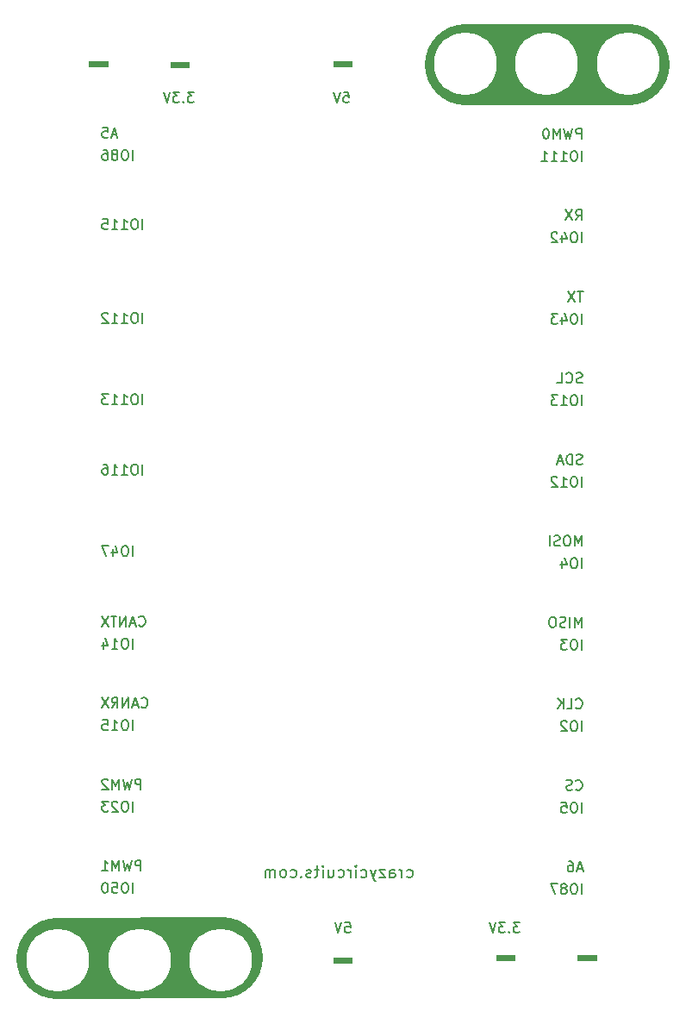
<source format=gbo>
%TF.GenerationSoftware,KiCad,Pcbnew,4.0.7-e2-6376~58~ubuntu16.04.1*%
%TF.CreationDate,2018-08-06T09:41:40-07:00*%
%TF.ProjectId,8x12-PocketBeagle-Breakout,387831322D506F636B6574426561676C,1.0*%
%TF.FileFunction,Legend,Bot*%
%FSLAX46Y46*%
G04 Gerber Fmt 4.6, Leading zero omitted, Abs format (unit mm)*
G04 Created by KiCad (PCBNEW 4.0.7-e2-6376~58~ubuntu16.04.1) date Mon Aug  6 09:41:40 2018*
%MOMM*%
%LPD*%
G01*
G04 APERTURE LIST*
%ADD10C,0.350000*%
%ADD11C,8.000000*%
%ADD12C,0.600000*%
%ADD13C,0.177800*%
%ADD14C,0.150000*%
%ADD15R,2.184400X1.879600*%
%ADD16O,2.184400X1.879600*%
%ADD17C,6.152400*%
%ADD18R,1.879600X1.879600*%
%ADD19O,1.879600X1.879600*%
G04 APERTURE END LIST*
D10*
D11*
X79373000Y-34009000D02*
X95473000Y-34009000D01*
D12*
X62673000Y-33909000D02*
X71273000Y-33909000D01*
X38873000Y-33909000D02*
X56173000Y-34009000D01*
D11*
X55473000Y-121709000D02*
X39273000Y-121809000D01*
D12*
X72273000Y-121909000D02*
X63673000Y-121909000D01*
X96073000Y-121709000D02*
X79173000Y-121709000D01*
D13*
X73650928Y-113746643D02*
X73759785Y-113801071D01*
X73977499Y-113801071D01*
X74086357Y-113746643D01*
X74140785Y-113692214D01*
X74195214Y-113583357D01*
X74195214Y-113256786D01*
X74140785Y-113147929D01*
X74086357Y-113093500D01*
X73977499Y-113039071D01*
X73759785Y-113039071D01*
X73650928Y-113093500D01*
X73161071Y-113801071D02*
X73161071Y-113039071D01*
X73161071Y-113256786D02*
X73106643Y-113147929D01*
X73052214Y-113093500D01*
X72943357Y-113039071D01*
X72834500Y-113039071D01*
X71963643Y-113801071D02*
X71963643Y-113202357D01*
X72018072Y-113093500D01*
X72126929Y-113039071D01*
X72344643Y-113039071D01*
X72453500Y-113093500D01*
X71963643Y-113746643D02*
X72072500Y-113801071D01*
X72344643Y-113801071D01*
X72453500Y-113746643D01*
X72507929Y-113637786D01*
X72507929Y-113528929D01*
X72453500Y-113420071D01*
X72344643Y-113365643D01*
X72072500Y-113365643D01*
X71963643Y-113311214D01*
X71528214Y-113039071D02*
X70929500Y-113039071D01*
X71528214Y-113801071D01*
X70929500Y-113801071D01*
X70602928Y-113039071D02*
X70330785Y-113801071D01*
X70058643Y-113039071D02*
X70330785Y-113801071D01*
X70439643Y-114073214D01*
X70494071Y-114127643D01*
X70602928Y-114182071D01*
X69133357Y-113746643D02*
X69242214Y-113801071D01*
X69459928Y-113801071D01*
X69568786Y-113746643D01*
X69623214Y-113692214D01*
X69677643Y-113583357D01*
X69677643Y-113256786D01*
X69623214Y-113147929D01*
X69568786Y-113093500D01*
X69459928Y-113039071D01*
X69242214Y-113039071D01*
X69133357Y-113093500D01*
X68643500Y-113801071D02*
X68643500Y-113039071D01*
X68643500Y-112658071D02*
X68697929Y-112712500D01*
X68643500Y-112766929D01*
X68589072Y-112712500D01*
X68643500Y-112658071D01*
X68643500Y-112766929D01*
X68099214Y-113801071D02*
X68099214Y-113039071D01*
X68099214Y-113256786D02*
X68044786Y-113147929D01*
X67990357Y-113093500D01*
X67881500Y-113039071D01*
X67772643Y-113039071D01*
X66901786Y-113746643D02*
X67010643Y-113801071D01*
X67228357Y-113801071D01*
X67337215Y-113746643D01*
X67391643Y-113692214D01*
X67446072Y-113583357D01*
X67446072Y-113256786D01*
X67391643Y-113147929D01*
X67337215Y-113093500D01*
X67228357Y-113039071D01*
X67010643Y-113039071D01*
X66901786Y-113093500D01*
X65922072Y-113039071D02*
X65922072Y-113801071D01*
X66411929Y-113039071D02*
X66411929Y-113637786D01*
X66357501Y-113746643D01*
X66248643Y-113801071D01*
X66085358Y-113801071D01*
X65976501Y-113746643D01*
X65922072Y-113692214D01*
X65377786Y-113801071D02*
X65377786Y-113039071D01*
X65377786Y-112658071D02*
X65432215Y-112712500D01*
X65377786Y-112766929D01*
X65323358Y-112712500D01*
X65377786Y-112658071D01*
X65377786Y-112766929D01*
X64996786Y-113039071D02*
X64561357Y-113039071D01*
X64833500Y-112658071D02*
X64833500Y-113637786D01*
X64779072Y-113746643D01*
X64670214Y-113801071D01*
X64561357Y-113801071D01*
X64234786Y-113746643D02*
X64125929Y-113801071D01*
X63908214Y-113801071D01*
X63799357Y-113746643D01*
X63744929Y-113637786D01*
X63744929Y-113583357D01*
X63799357Y-113474500D01*
X63908214Y-113420071D01*
X64071500Y-113420071D01*
X64180357Y-113365643D01*
X64234786Y-113256786D01*
X64234786Y-113202357D01*
X64180357Y-113093500D01*
X64071500Y-113039071D01*
X63908214Y-113039071D01*
X63799357Y-113093500D01*
X63255071Y-113692214D02*
X63200643Y-113746643D01*
X63255071Y-113801071D01*
X63309500Y-113746643D01*
X63255071Y-113692214D01*
X63255071Y-113801071D01*
X62220928Y-113746643D02*
X62329785Y-113801071D01*
X62547499Y-113801071D01*
X62656357Y-113746643D01*
X62710785Y-113692214D01*
X62765214Y-113583357D01*
X62765214Y-113256786D01*
X62710785Y-113147929D01*
X62656357Y-113093500D01*
X62547499Y-113039071D01*
X62329785Y-113039071D01*
X62220928Y-113093500D01*
X61567785Y-113801071D02*
X61676643Y-113746643D01*
X61731071Y-113692214D01*
X61785500Y-113583357D01*
X61785500Y-113256786D01*
X61731071Y-113147929D01*
X61676643Y-113093500D01*
X61567785Y-113039071D01*
X61404500Y-113039071D01*
X61295643Y-113093500D01*
X61241214Y-113147929D01*
X61186785Y-113256786D01*
X61186785Y-113583357D01*
X61241214Y-113692214D01*
X61295643Y-113746643D01*
X61404500Y-113801071D01*
X61567785Y-113801071D01*
X60696928Y-113801071D02*
X60696928Y-113039071D01*
X60696928Y-113147929D02*
X60642500Y-113093500D01*
X60533642Y-113039071D01*
X60370357Y-113039071D01*
X60261500Y-113093500D01*
X60207071Y-113202357D01*
X60207071Y-113801071D01*
X60207071Y-113202357D02*
X60152642Y-113093500D01*
X60043785Y-113039071D01*
X59880500Y-113039071D01*
X59771642Y-113093500D01*
X59717214Y-113202357D01*
X59717214Y-113801071D01*
D14*
X90862525Y-112949377D02*
X90386334Y-112949377D01*
X90957763Y-113235091D02*
X90624430Y-112235091D01*
X90291096Y-113235091D01*
X89529191Y-112235091D02*
X89719668Y-112235091D01*
X89814906Y-112282710D01*
X89862525Y-112330329D01*
X89957763Y-112473186D01*
X90005382Y-112663662D01*
X90005382Y-113044615D01*
X89957763Y-113139853D01*
X89910144Y-113187472D01*
X89814906Y-113235091D01*
X89624429Y-113235091D01*
X89529191Y-113187472D01*
X89481572Y-113139853D01*
X89433953Y-113044615D01*
X89433953Y-112806520D01*
X89481572Y-112711281D01*
X89529191Y-112663662D01*
X89624429Y-112616043D01*
X89814906Y-112616043D01*
X89910144Y-112663662D01*
X89957763Y-112711281D01*
X90005382Y-112806520D01*
X90814905Y-115435091D02*
X90814905Y-114435091D01*
X90148239Y-114435091D02*
X89957762Y-114435091D01*
X89862524Y-114482710D01*
X89767286Y-114577948D01*
X89719667Y-114768424D01*
X89719667Y-115101758D01*
X89767286Y-115292234D01*
X89862524Y-115387472D01*
X89957762Y-115435091D01*
X90148239Y-115435091D01*
X90243477Y-115387472D01*
X90338715Y-115292234D01*
X90386334Y-115101758D01*
X90386334Y-114768424D01*
X90338715Y-114577948D01*
X90243477Y-114482710D01*
X90148239Y-114435091D01*
X89148239Y-114863662D02*
X89243477Y-114816043D01*
X89291096Y-114768424D01*
X89338715Y-114673186D01*
X89338715Y-114625567D01*
X89291096Y-114530329D01*
X89243477Y-114482710D01*
X89148239Y-114435091D01*
X88957762Y-114435091D01*
X88862524Y-114482710D01*
X88814905Y-114530329D01*
X88767286Y-114625567D01*
X88767286Y-114673186D01*
X88814905Y-114768424D01*
X88862524Y-114816043D01*
X88957762Y-114863662D01*
X89148239Y-114863662D01*
X89243477Y-114911281D01*
X89291096Y-114958900D01*
X89338715Y-115054139D01*
X89338715Y-115244615D01*
X89291096Y-115339853D01*
X89243477Y-115387472D01*
X89148239Y-115435091D01*
X88957762Y-115435091D01*
X88862524Y-115387472D01*
X88814905Y-115339853D01*
X88767286Y-115244615D01*
X88767286Y-115054139D01*
X88814905Y-114958900D01*
X88862524Y-114911281D01*
X88957762Y-114863662D01*
X88433953Y-114435091D02*
X87767286Y-114435091D01*
X88195858Y-115435091D01*
X67563476Y-118218381D02*
X68039667Y-118218381D01*
X68087286Y-118694571D01*
X68039667Y-118646952D01*
X67944429Y-118599333D01*
X67706333Y-118599333D01*
X67611095Y-118646952D01*
X67563476Y-118694571D01*
X67515857Y-118789810D01*
X67515857Y-119027905D01*
X67563476Y-119123143D01*
X67611095Y-119170762D01*
X67706333Y-119218381D01*
X67944429Y-119218381D01*
X68039667Y-119170762D01*
X68087286Y-119123143D01*
X67230143Y-118218381D02*
X66896810Y-119218381D01*
X66563476Y-118218381D01*
X90814906Y-107435091D02*
X90814906Y-106435091D01*
X90148240Y-106435091D02*
X89957763Y-106435091D01*
X89862525Y-106482710D01*
X89767287Y-106577948D01*
X89719668Y-106768424D01*
X89719668Y-107101758D01*
X89767287Y-107292234D01*
X89862525Y-107387472D01*
X89957763Y-107435091D01*
X90148240Y-107435091D01*
X90243478Y-107387472D01*
X90338716Y-107292234D01*
X90386335Y-107101758D01*
X90386335Y-106768424D01*
X90338716Y-106577948D01*
X90243478Y-106482710D01*
X90148240Y-106435091D01*
X88814906Y-106435091D02*
X89291097Y-106435091D01*
X89338716Y-106911281D01*
X89291097Y-106863662D01*
X89195859Y-106816043D01*
X88957763Y-106816043D01*
X88862525Y-106863662D01*
X88814906Y-106911281D01*
X88767287Y-107006520D01*
X88767287Y-107244615D01*
X88814906Y-107339853D01*
X88862525Y-107387472D01*
X88957763Y-107435091D01*
X89195859Y-107435091D01*
X89291097Y-107387472D01*
X89338716Y-107339853D01*
X90814906Y-99435091D02*
X90814906Y-98435091D01*
X90148240Y-98435091D02*
X89957763Y-98435091D01*
X89862525Y-98482710D01*
X89767287Y-98577948D01*
X89719668Y-98768424D01*
X89719668Y-99101758D01*
X89767287Y-99292234D01*
X89862525Y-99387472D01*
X89957763Y-99435091D01*
X90148240Y-99435091D01*
X90243478Y-99387472D01*
X90338716Y-99292234D01*
X90386335Y-99101758D01*
X90386335Y-98768424D01*
X90338716Y-98577948D01*
X90243478Y-98482710D01*
X90148240Y-98435091D01*
X89338716Y-98530329D02*
X89291097Y-98482710D01*
X89195859Y-98435091D01*
X88957763Y-98435091D01*
X88862525Y-98482710D01*
X88814906Y-98530329D01*
X88767287Y-98625567D01*
X88767287Y-98720805D01*
X88814906Y-98863662D01*
X89386335Y-99435091D01*
X88767287Y-99435091D01*
X90814906Y-83435091D02*
X90814906Y-82435091D01*
X90148240Y-82435091D02*
X89957763Y-82435091D01*
X89862525Y-82482710D01*
X89767287Y-82577948D01*
X89719668Y-82768424D01*
X89719668Y-83101758D01*
X89767287Y-83292234D01*
X89862525Y-83387472D01*
X89957763Y-83435091D01*
X90148240Y-83435091D01*
X90243478Y-83387472D01*
X90338716Y-83292234D01*
X90386335Y-83101758D01*
X90386335Y-82768424D01*
X90338716Y-82577948D01*
X90243478Y-82482710D01*
X90148240Y-82435091D01*
X88862525Y-82768424D02*
X88862525Y-83435091D01*
X89100621Y-82387472D02*
X89338716Y-83101758D01*
X88719668Y-83101758D01*
X90814905Y-75435091D02*
X90814905Y-74435091D01*
X90148239Y-74435091D02*
X89957762Y-74435091D01*
X89862524Y-74482710D01*
X89767286Y-74577948D01*
X89719667Y-74768424D01*
X89719667Y-75101758D01*
X89767286Y-75292234D01*
X89862524Y-75387472D01*
X89957762Y-75435091D01*
X90148239Y-75435091D01*
X90243477Y-75387472D01*
X90338715Y-75292234D01*
X90386334Y-75101758D01*
X90386334Y-74768424D01*
X90338715Y-74577948D01*
X90243477Y-74482710D01*
X90148239Y-74435091D01*
X88767286Y-75435091D02*
X89338715Y-75435091D01*
X89053001Y-75435091D02*
X89053001Y-74435091D01*
X89148239Y-74577948D01*
X89243477Y-74673186D01*
X89338715Y-74720805D01*
X88386334Y-74530329D02*
X88338715Y-74482710D01*
X88243477Y-74435091D01*
X88005381Y-74435091D01*
X87910143Y-74482710D01*
X87862524Y-74530329D01*
X87814905Y-74625567D01*
X87814905Y-74720805D01*
X87862524Y-74863662D01*
X88433953Y-75435091D01*
X87814905Y-75435091D01*
X90814905Y-67435091D02*
X90814905Y-66435091D01*
X90148239Y-66435091D02*
X89957762Y-66435091D01*
X89862524Y-66482710D01*
X89767286Y-66577948D01*
X89719667Y-66768424D01*
X89719667Y-67101758D01*
X89767286Y-67292234D01*
X89862524Y-67387472D01*
X89957762Y-67435091D01*
X90148239Y-67435091D01*
X90243477Y-67387472D01*
X90338715Y-67292234D01*
X90386334Y-67101758D01*
X90386334Y-66768424D01*
X90338715Y-66577948D01*
X90243477Y-66482710D01*
X90148239Y-66435091D01*
X88767286Y-67435091D02*
X89338715Y-67435091D01*
X89053001Y-67435091D02*
X89053001Y-66435091D01*
X89148239Y-66577948D01*
X89243477Y-66673186D01*
X89338715Y-66720805D01*
X88433953Y-66435091D02*
X87814905Y-66435091D01*
X88148239Y-66816043D01*
X88005381Y-66816043D01*
X87910143Y-66863662D01*
X87862524Y-66911281D01*
X87814905Y-67006520D01*
X87814905Y-67244615D01*
X87862524Y-67339853D01*
X87910143Y-67387472D01*
X88005381Y-67435091D01*
X88291096Y-67435091D01*
X88386334Y-67387472D01*
X88433953Y-67339853D01*
X90814906Y-43435091D02*
X90814906Y-42435091D01*
X90148240Y-42435091D02*
X89957763Y-42435091D01*
X89862525Y-42482710D01*
X89767287Y-42577948D01*
X89719668Y-42768424D01*
X89719668Y-43101758D01*
X89767287Y-43292234D01*
X89862525Y-43387472D01*
X89957763Y-43435091D01*
X90148240Y-43435091D01*
X90243478Y-43387472D01*
X90338716Y-43292234D01*
X90386335Y-43101758D01*
X90386335Y-42768424D01*
X90338716Y-42577948D01*
X90243478Y-42482710D01*
X90148240Y-42435091D01*
X88767287Y-43435091D02*
X89338716Y-43435091D01*
X89053002Y-43435091D02*
X89053002Y-42435091D01*
X89148240Y-42577948D01*
X89243478Y-42673186D01*
X89338716Y-42720805D01*
X87814906Y-43435091D02*
X88386335Y-43435091D01*
X88100621Y-43435091D02*
X88100621Y-42435091D01*
X88195859Y-42577948D01*
X88291097Y-42673186D01*
X88386335Y-42720805D01*
X86862525Y-43435091D02*
X87433954Y-43435091D01*
X87148240Y-43435091D02*
X87148240Y-42435091D01*
X87243478Y-42577948D01*
X87338716Y-42673186D01*
X87433954Y-42720805D01*
X90814905Y-59435091D02*
X90814905Y-58435091D01*
X90148239Y-58435091D02*
X89957762Y-58435091D01*
X89862524Y-58482710D01*
X89767286Y-58577948D01*
X89719667Y-58768424D01*
X89719667Y-59101758D01*
X89767286Y-59292234D01*
X89862524Y-59387472D01*
X89957762Y-59435091D01*
X90148239Y-59435091D01*
X90243477Y-59387472D01*
X90338715Y-59292234D01*
X90386334Y-59101758D01*
X90386334Y-58768424D01*
X90338715Y-58577948D01*
X90243477Y-58482710D01*
X90148239Y-58435091D01*
X88862524Y-58768424D02*
X88862524Y-59435091D01*
X89100620Y-58387472D02*
X89338715Y-59101758D01*
X88719667Y-59101758D01*
X88433953Y-58435091D02*
X87814905Y-58435091D01*
X88148239Y-58816043D01*
X88005381Y-58816043D01*
X87910143Y-58863662D01*
X87862524Y-58911281D01*
X87814905Y-59006520D01*
X87814905Y-59244615D01*
X87862524Y-59339853D01*
X87910143Y-59387472D01*
X88005381Y-59435091D01*
X88291096Y-59435091D01*
X88386334Y-59387472D01*
X88433953Y-59339853D01*
X90243476Y-105139853D02*
X90291095Y-105187472D01*
X90433952Y-105235091D01*
X90529190Y-105235091D01*
X90672048Y-105187472D01*
X90767286Y-105092234D01*
X90814905Y-104996996D01*
X90862524Y-104806520D01*
X90862524Y-104663662D01*
X90814905Y-104473186D01*
X90767286Y-104377948D01*
X90672048Y-104282710D01*
X90529190Y-104235091D01*
X90433952Y-104235091D01*
X90291095Y-104282710D01*
X90243476Y-104330329D01*
X89862524Y-105187472D02*
X89719667Y-105235091D01*
X89481571Y-105235091D01*
X89386333Y-105187472D01*
X89338714Y-105139853D01*
X89291095Y-105044615D01*
X89291095Y-104949377D01*
X89338714Y-104854139D01*
X89386333Y-104806520D01*
X89481571Y-104758900D01*
X89672048Y-104711281D01*
X89767286Y-104663662D01*
X89814905Y-104616043D01*
X89862524Y-104520805D01*
X89862524Y-104425567D01*
X89814905Y-104330329D01*
X89767286Y-104282710D01*
X89672048Y-104235091D01*
X89433952Y-104235091D01*
X89291095Y-104282710D01*
X90243477Y-97139853D02*
X90291096Y-97187472D01*
X90433953Y-97235091D01*
X90529191Y-97235091D01*
X90672049Y-97187472D01*
X90767287Y-97092234D01*
X90814906Y-96996996D01*
X90862525Y-96806520D01*
X90862525Y-96663662D01*
X90814906Y-96473186D01*
X90767287Y-96377948D01*
X90672049Y-96282710D01*
X90529191Y-96235091D01*
X90433953Y-96235091D01*
X90291096Y-96282710D01*
X90243477Y-96330329D01*
X89338715Y-97235091D02*
X89814906Y-97235091D01*
X89814906Y-96235091D01*
X89005382Y-97235091D02*
X89005382Y-96235091D01*
X88433953Y-97235091D02*
X88862525Y-96663662D01*
X88433953Y-96235091D02*
X89005382Y-96806520D01*
X90814905Y-81235091D02*
X90814905Y-80235091D01*
X90481571Y-80949377D01*
X90148238Y-80235091D01*
X90148238Y-81235091D01*
X89481572Y-80235091D02*
X89291095Y-80235091D01*
X89195857Y-80282710D01*
X89100619Y-80377948D01*
X89053000Y-80568424D01*
X89053000Y-80901758D01*
X89100619Y-81092234D01*
X89195857Y-81187472D01*
X89291095Y-81235091D01*
X89481572Y-81235091D01*
X89576810Y-81187472D01*
X89672048Y-81092234D01*
X89719667Y-80901758D01*
X89719667Y-80568424D01*
X89672048Y-80377948D01*
X89576810Y-80282710D01*
X89481572Y-80235091D01*
X88672048Y-81187472D02*
X88529191Y-81235091D01*
X88291095Y-81235091D01*
X88195857Y-81187472D01*
X88148238Y-81139853D01*
X88100619Y-81044615D01*
X88100619Y-80949377D01*
X88148238Y-80854139D01*
X88195857Y-80806520D01*
X88291095Y-80758900D01*
X88481572Y-80711281D01*
X88576810Y-80663662D01*
X88624429Y-80616043D01*
X88672048Y-80520805D01*
X88672048Y-80425567D01*
X88624429Y-80330329D01*
X88576810Y-80282710D01*
X88481572Y-80235091D01*
X88243476Y-80235091D01*
X88100619Y-80282710D01*
X87672048Y-81235091D02*
X87672048Y-80235091D01*
X90862525Y-73187472D02*
X90719668Y-73235091D01*
X90481572Y-73235091D01*
X90386334Y-73187472D01*
X90338715Y-73139853D01*
X90291096Y-73044615D01*
X90291096Y-72949377D01*
X90338715Y-72854139D01*
X90386334Y-72806520D01*
X90481572Y-72758900D01*
X90672049Y-72711281D01*
X90767287Y-72663662D01*
X90814906Y-72616043D01*
X90862525Y-72520805D01*
X90862525Y-72425567D01*
X90814906Y-72330329D01*
X90767287Y-72282710D01*
X90672049Y-72235091D01*
X90433953Y-72235091D01*
X90291096Y-72282710D01*
X89862525Y-73235091D02*
X89862525Y-72235091D01*
X89624430Y-72235091D01*
X89481572Y-72282710D01*
X89386334Y-72377948D01*
X89338715Y-72473186D01*
X89291096Y-72663662D01*
X89291096Y-72806520D01*
X89338715Y-72996996D01*
X89386334Y-73092234D01*
X89481572Y-73187472D01*
X89624430Y-73235091D01*
X89862525Y-73235091D01*
X88910144Y-72949377D02*
X88433953Y-72949377D01*
X89005382Y-73235091D02*
X88672049Y-72235091D01*
X88338715Y-73235091D01*
X90862524Y-65187472D02*
X90719667Y-65235091D01*
X90481571Y-65235091D01*
X90386333Y-65187472D01*
X90338714Y-65139853D01*
X90291095Y-65044615D01*
X90291095Y-64949377D01*
X90338714Y-64854139D01*
X90386333Y-64806520D01*
X90481571Y-64758900D01*
X90672048Y-64711281D01*
X90767286Y-64663662D01*
X90814905Y-64616043D01*
X90862524Y-64520805D01*
X90862524Y-64425567D01*
X90814905Y-64330329D01*
X90767286Y-64282710D01*
X90672048Y-64235091D01*
X90433952Y-64235091D01*
X90291095Y-64282710D01*
X89291095Y-65139853D02*
X89338714Y-65187472D01*
X89481571Y-65235091D01*
X89576809Y-65235091D01*
X89719667Y-65187472D01*
X89814905Y-65092234D01*
X89862524Y-64996996D01*
X89910143Y-64806520D01*
X89910143Y-64663662D01*
X89862524Y-64473186D01*
X89814905Y-64377948D01*
X89719667Y-64282710D01*
X89576809Y-64235091D01*
X89481571Y-64235091D01*
X89338714Y-64282710D01*
X89291095Y-64330329D01*
X88386333Y-65235091D02*
X88862524Y-65235091D01*
X88862524Y-64235091D01*
X90814905Y-41235091D02*
X90814905Y-40235091D01*
X90433952Y-40235091D01*
X90338714Y-40282710D01*
X90291095Y-40330329D01*
X90243476Y-40425567D01*
X90243476Y-40568424D01*
X90291095Y-40663662D01*
X90338714Y-40711281D01*
X90433952Y-40758900D01*
X90814905Y-40758900D01*
X89910143Y-40235091D02*
X89672048Y-41235091D01*
X89481571Y-40520805D01*
X89291095Y-41235091D01*
X89053000Y-40235091D01*
X88672048Y-41235091D02*
X88672048Y-40235091D01*
X88338714Y-40949377D01*
X88005381Y-40235091D01*
X88005381Y-41235091D01*
X87338715Y-40235091D02*
X87243476Y-40235091D01*
X87148238Y-40282710D01*
X87100619Y-40330329D01*
X87053000Y-40425567D01*
X87005381Y-40616043D01*
X87005381Y-40854139D01*
X87053000Y-41044615D01*
X87100619Y-41139853D01*
X87148238Y-41187472D01*
X87243476Y-41235091D01*
X87338715Y-41235091D01*
X87433953Y-41187472D01*
X87481572Y-41139853D01*
X87529191Y-41044615D01*
X87576810Y-40854139D01*
X87576810Y-40616043D01*
X87529191Y-40425567D01*
X87481572Y-40330329D01*
X87433953Y-40282710D01*
X87338715Y-40235091D01*
X90243476Y-49235091D02*
X90576810Y-48758900D01*
X90814905Y-49235091D02*
X90814905Y-48235091D01*
X90433952Y-48235091D01*
X90338714Y-48282710D01*
X90291095Y-48330329D01*
X90243476Y-48425567D01*
X90243476Y-48568424D01*
X90291095Y-48663662D01*
X90338714Y-48711281D01*
X90433952Y-48758900D01*
X90814905Y-48758900D01*
X89910143Y-48235091D02*
X89243476Y-49235091D01*
X89243476Y-48235091D02*
X89910143Y-49235091D01*
X47649707Y-74239531D02*
X47649707Y-73239531D01*
X46983041Y-73239531D02*
X46792564Y-73239531D01*
X46697326Y-73287150D01*
X46602088Y-73382388D01*
X46554469Y-73572864D01*
X46554469Y-73906198D01*
X46602088Y-74096674D01*
X46697326Y-74191912D01*
X46792564Y-74239531D01*
X46983041Y-74239531D01*
X47078279Y-74191912D01*
X47173517Y-74096674D01*
X47221136Y-73906198D01*
X47221136Y-73572864D01*
X47173517Y-73382388D01*
X47078279Y-73287150D01*
X46983041Y-73239531D01*
X45602088Y-74239531D02*
X46173517Y-74239531D01*
X45887803Y-74239531D02*
X45887803Y-73239531D01*
X45983041Y-73382388D01*
X46078279Y-73477626D01*
X46173517Y-73525245D01*
X44649707Y-74239531D02*
X45221136Y-74239531D01*
X44935422Y-74239531D02*
X44935422Y-73239531D01*
X45030660Y-73382388D01*
X45125898Y-73477626D01*
X45221136Y-73525245D01*
X43792564Y-73239531D02*
X43983041Y-73239531D01*
X44078279Y-73287150D01*
X44125898Y-73334769D01*
X44221136Y-73477626D01*
X44268755Y-73668102D01*
X44268755Y-74049055D01*
X44221136Y-74144293D01*
X44173517Y-74191912D01*
X44078279Y-74239531D01*
X43887802Y-74239531D01*
X43792564Y-74191912D01*
X43744945Y-74144293D01*
X43697326Y-74049055D01*
X43697326Y-73810960D01*
X43744945Y-73715721D01*
X43792564Y-73668102D01*
X43887802Y-73620483D01*
X44078279Y-73620483D01*
X44173517Y-73668102D01*
X44221136Y-73715721D01*
X44268755Y-73810960D01*
X47649707Y-67339531D02*
X47649707Y-66339531D01*
X46983041Y-66339531D02*
X46792564Y-66339531D01*
X46697326Y-66387150D01*
X46602088Y-66482388D01*
X46554469Y-66672864D01*
X46554469Y-67006198D01*
X46602088Y-67196674D01*
X46697326Y-67291912D01*
X46792564Y-67339531D01*
X46983041Y-67339531D01*
X47078279Y-67291912D01*
X47173517Y-67196674D01*
X47221136Y-67006198D01*
X47221136Y-66672864D01*
X47173517Y-66482388D01*
X47078279Y-66387150D01*
X46983041Y-66339531D01*
X45602088Y-67339531D02*
X46173517Y-67339531D01*
X45887803Y-67339531D02*
X45887803Y-66339531D01*
X45983041Y-66482388D01*
X46078279Y-66577626D01*
X46173517Y-66625245D01*
X44649707Y-67339531D02*
X45221136Y-67339531D01*
X44935422Y-67339531D02*
X44935422Y-66339531D01*
X45030660Y-66482388D01*
X45125898Y-66577626D01*
X45221136Y-66625245D01*
X44316374Y-66339531D02*
X43697326Y-66339531D01*
X44030660Y-66720483D01*
X43887802Y-66720483D01*
X43792564Y-66768102D01*
X43744945Y-66815721D01*
X43697326Y-66910960D01*
X43697326Y-67149055D01*
X43744945Y-67244293D01*
X43792564Y-67291912D01*
X43887802Y-67339531D01*
X44173517Y-67339531D01*
X44268755Y-67291912D01*
X44316374Y-67244293D01*
X47649707Y-59339531D02*
X47649707Y-58339531D01*
X46983041Y-58339531D02*
X46792564Y-58339531D01*
X46697326Y-58387150D01*
X46602088Y-58482388D01*
X46554469Y-58672864D01*
X46554469Y-59006198D01*
X46602088Y-59196674D01*
X46697326Y-59291912D01*
X46792564Y-59339531D01*
X46983041Y-59339531D01*
X47078279Y-59291912D01*
X47173517Y-59196674D01*
X47221136Y-59006198D01*
X47221136Y-58672864D01*
X47173517Y-58482388D01*
X47078279Y-58387150D01*
X46983041Y-58339531D01*
X45602088Y-59339531D02*
X46173517Y-59339531D01*
X45887803Y-59339531D02*
X45887803Y-58339531D01*
X45983041Y-58482388D01*
X46078279Y-58577626D01*
X46173517Y-58625245D01*
X44649707Y-59339531D02*
X45221136Y-59339531D01*
X44935422Y-59339531D02*
X44935422Y-58339531D01*
X45030660Y-58482388D01*
X45125898Y-58577626D01*
X45221136Y-58625245D01*
X44268755Y-58434769D02*
X44221136Y-58387150D01*
X44125898Y-58339531D01*
X43887802Y-58339531D01*
X43792564Y-58387150D01*
X43744945Y-58434769D01*
X43697326Y-58530007D01*
X43697326Y-58625245D01*
X43744945Y-58768102D01*
X44316374Y-59339531D01*
X43697326Y-59339531D01*
X46697325Y-115339531D02*
X46697325Y-114339531D01*
X46030659Y-114339531D02*
X45840182Y-114339531D01*
X45744944Y-114387150D01*
X45649706Y-114482388D01*
X45602087Y-114672864D01*
X45602087Y-115006198D01*
X45649706Y-115196674D01*
X45744944Y-115291912D01*
X45840182Y-115339531D01*
X46030659Y-115339531D01*
X46125897Y-115291912D01*
X46221135Y-115196674D01*
X46268754Y-115006198D01*
X46268754Y-114672864D01*
X46221135Y-114482388D01*
X46125897Y-114387150D01*
X46030659Y-114339531D01*
X44697325Y-114339531D02*
X45173516Y-114339531D01*
X45221135Y-114815721D01*
X45173516Y-114768102D01*
X45078278Y-114720483D01*
X44840182Y-114720483D01*
X44744944Y-114768102D01*
X44697325Y-114815721D01*
X44649706Y-114910960D01*
X44649706Y-115149055D01*
X44697325Y-115244293D01*
X44744944Y-115291912D01*
X44840182Y-115339531D01*
X45078278Y-115339531D01*
X45173516Y-115291912D01*
X45221135Y-115244293D01*
X44030659Y-114339531D02*
X43935420Y-114339531D01*
X43840182Y-114387150D01*
X43792563Y-114434769D01*
X43744944Y-114530007D01*
X43697325Y-114720483D01*
X43697325Y-114958579D01*
X43744944Y-115149055D01*
X43792563Y-115244293D01*
X43840182Y-115291912D01*
X43935420Y-115339531D01*
X44030659Y-115339531D01*
X44125897Y-115291912D01*
X44173516Y-115244293D01*
X44221135Y-115149055D01*
X44268754Y-114958579D01*
X44268754Y-114720483D01*
X44221135Y-114530007D01*
X44173516Y-114434769D01*
X44125897Y-114387150D01*
X44030659Y-114339531D01*
X47506849Y-105139531D02*
X47506849Y-104139531D01*
X47125896Y-104139531D01*
X47030658Y-104187150D01*
X46983039Y-104234769D01*
X46935420Y-104330007D01*
X46935420Y-104472864D01*
X46983039Y-104568102D01*
X47030658Y-104615721D01*
X47125896Y-104663340D01*
X47506849Y-104663340D01*
X46602087Y-104139531D02*
X46363992Y-105139531D01*
X46173515Y-104425245D01*
X45983039Y-105139531D01*
X45744944Y-104139531D01*
X45363992Y-105139531D02*
X45363992Y-104139531D01*
X45030658Y-104853817D01*
X44697325Y-104139531D01*
X44697325Y-105139531D01*
X44268754Y-104234769D02*
X44221135Y-104187150D01*
X44125897Y-104139531D01*
X43887801Y-104139531D01*
X43792563Y-104187150D01*
X43744944Y-104234769D01*
X43697325Y-104330007D01*
X43697325Y-104425245D01*
X43744944Y-104568102D01*
X44316373Y-105139531D01*
X43697325Y-105139531D01*
X47506849Y-113139531D02*
X47506849Y-112139531D01*
X47125896Y-112139531D01*
X47030658Y-112187150D01*
X46983039Y-112234769D01*
X46935420Y-112330007D01*
X46935420Y-112472864D01*
X46983039Y-112568102D01*
X47030658Y-112615721D01*
X47125896Y-112663340D01*
X47506849Y-112663340D01*
X46602087Y-112139531D02*
X46363992Y-113139531D01*
X46173515Y-112425245D01*
X45983039Y-113139531D01*
X45744944Y-112139531D01*
X45363992Y-113139531D02*
X45363992Y-112139531D01*
X45030658Y-112853817D01*
X44697325Y-112139531D01*
X44697325Y-113139531D01*
X43697325Y-113139531D02*
X44268754Y-113139531D01*
X43983040Y-113139531D02*
X43983040Y-112139531D01*
X44078278Y-112282388D01*
X44173516Y-112377626D01*
X44268754Y-112425245D01*
X46697325Y-107339531D02*
X46697325Y-106339531D01*
X46030659Y-106339531D02*
X45840182Y-106339531D01*
X45744944Y-106387150D01*
X45649706Y-106482388D01*
X45602087Y-106672864D01*
X45602087Y-107006198D01*
X45649706Y-107196674D01*
X45744944Y-107291912D01*
X45840182Y-107339531D01*
X46030659Y-107339531D01*
X46125897Y-107291912D01*
X46221135Y-107196674D01*
X46268754Y-107006198D01*
X46268754Y-106672864D01*
X46221135Y-106482388D01*
X46125897Y-106387150D01*
X46030659Y-106339531D01*
X45221135Y-106434769D02*
X45173516Y-106387150D01*
X45078278Y-106339531D01*
X44840182Y-106339531D01*
X44744944Y-106387150D01*
X44697325Y-106434769D01*
X44649706Y-106530007D01*
X44649706Y-106625245D01*
X44697325Y-106768102D01*
X45268754Y-107339531D01*
X44649706Y-107339531D01*
X44316373Y-106339531D02*
X43697325Y-106339531D01*
X44030659Y-106720483D01*
X43887801Y-106720483D01*
X43792563Y-106768102D01*
X43744944Y-106815721D01*
X43697325Y-106910960D01*
X43697325Y-107149055D01*
X43744944Y-107244293D01*
X43792563Y-107291912D01*
X43887801Y-107339531D01*
X44173516Y-107339531D01*
X44268754Y-107291912D01*
X44316373Y-107244293D01*
X47554468Y-97044293D02*
X47602087Y-97091912D01*
X47744944Y-97139531D01*
X47840182Y-97139531D01*
X47983040Y-97091912D01*
X48078278Y-96996674D01*
X48125897Y-96901436D01*
X48173516Y-96710960D01*
X48173516Y-96568102D01*
X48125897Y-96377626D01*
X48078278Y-96282388D01*
X47983040Y-96187150D01*
X47840182Y-96139531D01*
X47744944Y-96139531D01*
X47602087Y-96187150D01*
X47554468Y-96234769D01*
X47173516Y-96853817D02*
X46697325Y-96853817D01*
X47268754Y-97139531D02*
X46935421Y-96139531D01*
X46602087Y-97139531D01*
X46268754Y-97139531D02*
X46268754Y-96139531D01*
X45697325Y-97139531D01*
X45697325Y-96139531D01*
X44649706Y-97139531D02*
X44983040Y-96663340D01*
X45221135Y-97139531D02*
X45221135Y-96139531D01*
X44840182Y-96139531D01*
X44744944Y-96187150D01*
X44697325Y-96234769D01*
X44649706Y-96330007D01*
X44649706Y-96472864D01*
X44697325Y-96568102D01*
X44744944Y-96615721D01*
X44840182Y-96663340D01*
X45221135Y-96663340D01*
X44316373Y-96139531D02*
X43649706Y-97139531D01*
X43649706Y-96139531D02*
X44316373Y-97139531D01*
X46697325Y-99339531D02*
X46697325Y-98339531D01*
X46030659Y-98339531D02*
X45840182Y-98339531D01*
X45744944Y-98387150D01*
X45649706Y-98482388D01*
X45602087Y-98672864D01*
X45602087Y-99006198D01*
X45649706Y-99196674D01*
X45744944Y-99291912D01*
X45840182Y-99339531D01*
X46030659Y-99339531D01*
X46125897Y-99291912D01*
X46221135Y-99196674D01*
X46268754Y-99006198D01*
X46268754Y-98672864D01*
X46221135Y-98482388D01*
X46125897Y-98387150D01*
X46030659Y-98339531D01*
X44649706Y-99339531D02*
X45221135Y-99339531D01*
X44935421Y-99339531D02*
X44935421Y-98339531D01*
X45030659Y-98482388D01*
X45125897Y-98577626D01*
X45221135Y-98625245D01*
X43744944Y-98339531D02*
X44221135Y-98339531D01*
X44268754Y-98815721D01*
X44221135Y-98768102D01*
X44125897Y-98720483D01*
X43887801Y-98720483D01*
X43792563Y-98768102D01*
X43744944Y-98815721D01*
X43697325Y-98910960D01*
X43697325Y-99149055D01*
X43744944Y-99244293D01*
X43792563Y-99291912D01*
X43887801Y-99339531D01*
X44125897Y-99339531D01*
X44221135Y-99291912D01*
X44268754Y-99244293D01*
X46697325Y-82239531D02*
X46697325Y-81239531D01*
X46030659Y-81239531D02*
X45840182Y-81239531D01*
X45744944Y-81287150D01*
X45649706Y-81382388D01*
X45602087Y-81572864D01*
X45602087Y-81906198D01*
X45649706Y-82096674D01*
X45744944Y-82191912D01*
X45840182Y-82239531D01*
X46030659Y-82239531D01*
X46125897Y-82191912D01*
X46221135Y-82096674D01*
X46268754Y-81906198D01*
X46268754Y-81572864D01*
X46221135Y-81382388D01*
X46125897Y-81287150D01*
X46030659Y-81239531D01*
X44744944Y-81572864D02*
X44744944Y-82239531D01*
X44983040Y-81191912D02*
X45221135Y-81906198D01*
X44602087Y-81906198D01*
X44316373Y-81239531D02*
X43649706Y-81239531D01*
X44078278Y-82239531D01*
X52722190Y-36677381D02*
X52103142Y-36677381D01*
X52436476Y-37058333D01*
X52293618Y-37058333D01*
X52198380Y-37105952D01*
X52150761Y-37153571D01*
X52103142Y-37248810D01*
X52103142Y-37486905D01*
X52150761Y-37582143D01*
X52198380Y-37629762D01*
X52293618Y-37677381D01*
X52579333Y-37677381D01*
X52674571Y-37629762D01*
X52722190Y-37582143D01*
X51674571Y-37582143D02*
X51626952Y-37629762D01*
X51674571Y-37677381D01*
X51722190Y-37629762D01*
X51674571Y-37582143D01*
X51674571Y-37677381D01*
X51293619Y-36677381D02*
X50674571Y-36677381D01*
X51007905Y-37058333D01*
X50865047Y-37058333D01*
X50769809Y-37105952D01*
X50722190Y-37153571D01*
X50674571Y-37248810D01*
X50674571Y-37486905D01*
X50722190Y-37582143D01*
X50769809Y-37629762D01*
X50865047Y-37677381D01*
X51150762Y-37677381D01*
X51246000Y-37629762D01*
X51293619Y-37582143D01*
X50388857Y-36677381D02*
X50055524Y-37677381D01*
X49722190Y-36677381D01*
X67436476Y-36677381D02*
X67912667Y-36677381D01*
X67960286Y-37153571D01*
X67912667Y-37105952D01*
X67817429Y-37058333D01*
X67579333Y-37058333D01*
X67484095Y-37105952D01*
X67436476Y-37153571D01*
X67388857Y-37248810D01*
X67388857Y-37486905D01*
X67436476Y-37582143D01*
X67484095Y-37629762D01*
X67579333Y-37677381D01*
X67817429Y-37677381D01*
X67912667Y-37629762D01*
X67960286Y-37582143D01*
X67103143Y-36677381D02*
X66769810Y-37677381D01*
X66436476Y-36677381D01*
X84722190Y-118218381D02*
X84103142Y-118218381D01*
X84436476Y-118599333D01*
X84293618Y-118599333D01*
X84198380Y-118646952D01*
X84150761Y-118694571D01*
X84103142Y-118789810D01*
X84103142Y-119027905D01*
X84150761Y-119123143D01*
X84198380Y-119170762D01*
X84293618Y-119218381D01*
X84579333Y-119218381D01*
X84674571Y-119170762D01*
X84722190Y-119123143D01*
X83674571Y-119123143D02*
X83626952Y-119170762D01*
X83674571Y-119218381D01*
X83722190Y-119170762D01*
X83674571Y-119123143D01*
X83674571Y-119218381D01*
X83293619Y-118218381D02*
X82674571Y-118218381D01*
X83007905Y-118599333D01*
X82865047Y-118599333D01*
X82769809Y-118646952D01*
X82722190Y-118694571D01*
X82674571Y-118789810D01*
X82674571Y-119027905D01*
X82722190Y-119123143D01*
X82769809Y-119170762D01*
X82865047Y-119218381D01*
X83150762Y-119218381D01*
X83246000Y-119170762D01*
X83293619Y-119123143D01*
X82388857Y-118218381D02*
X82055524Y-119218381D01*
X81722190Y-118218381D01*
X90814905Y-51435091D02*
X90814905Y-50435091D01*
X90148239Y-50435091D02*
X89957762Y-50435091D01*
X89862524Y-50482710D01*
X89767286Y-50577948D01*
X89719667Y-50768424D01*
X89719667Y-51101758D01*
X89767286Y-51292234D01*
X89862524Y-51387472D01*
X89957762Y-51435091D01*
X90148239Y-51435091D01*
X90243477Y-51387472D01*
X90338715Y-51292234D01*
X90386334Y-51101758D01*
X90386334Y-50768424D01*
X90338715Y-50577948D01*
X90243477Y-50482710D01*
X90148239Y-50435091D01*
X88862524Y-50768424D02*
X88862524Y-51435091D01*
X89100620Y-50387472D02*
X89338715Y-51101758D01*
X88719667Y-51101758D01*
X88386334Y-50530329D02*
X88338715Y-50482710D01*
X88243477Y-50435091D01*
X88005381Y-50435091D01*
X87910143Y-50482710D01*
X87862524Y-50530329D01*
X87814905Y-50625567D01*
X87814905Y-50720805D01*
X87862524Y-50863662D01*
X88433953Y-51435091D01*
X87814905Y-51435091D01*
X90814906Y-91435091D02*
X90814906Y-90435091D01*
X90148240Y-90435091D02*
X89957763Y-90435091D01*
X89862525Y-90482710D01*
X89767287Y-90577948D01*
X89719668Y-90768424D01*
X89719668Y-91101758D01*
X89767287Y-91292234D01*
X89862525Y-91387472D01*
X89957763Y-91435091D01*
X90148240Y-91435091D01*
X90243478Y-91387472D01*
X90338716Y-91292234D01*
X90386335Y-91101758D01*
X90386335Y-90768424D01*
X90338716Y-90577948D01*
X90243478Y-90482710D01*
X90148240Y-90435091D01*
X89386335Y-90435091D02*
X88767287Y-90435091D01*
X89100621Y-90816043D01*
X88957763Y-90816043D01*
X88862525Y-90863662D01*
X88814906Y-90911281D01*
X88767287Y-91006520D01*
X88767287Y-91244615D01*
X88814906Y-91339853D01*
X88862525Y-91387472D01*
X88957763Y-91435091D01*
X89243478Y-91435091D01*
X89338716Y-91387472D01*
X89386335Y-91339853D01*
X90814905Y-89235091D02*
X90814905Y-88235091D01*
X90481571Y-88949377D01*
X90148238Y-88235091D01*
X90148238Y-89235091D01*
X89672048Y-89235091D02*
X89672048Y-88235091D01*
X89243477Y-89187472D02*
X89100620Y-89235091D01*
X88862524Y-89235091D01*
X88767286Y-89187472D01*
X88719667Y-89139853D01*
X88672048Y-89044615D01*
X88672048Y-88949377D01*
X88719667Y-88854139D01*
X88767286Y-88806520D01*
X88862524Y-88758900D01*
X89053001Y-88711281D01*
X89148239Y-88663662D01*
X89195858Y-88616043D01*
X89243477Y-88520805D01*
X89243477Y-88425567D01*
X89195858Y-88330329D01*
X89148239Y-88282710D01*
X89053001Y-88235091D01*
X88814905Y-88235091D01*
X88672048Y-88282710D01*
X88053001Y-88235091D02*
X87862524Y-88235091D01*
X87767286Y-88282710D01*
X87672048Y-88377948D01*
X87624429Y-88568424D01*
X87624429Y-88901758D01*
X87672048Y-89092234D01*
X87767286Y-89187472D01*
X87862524Y-89235091D01*
X88053001Y-89235091D01*
X88148239Y-89187472D01*
X88243477Y-89092234D01*
X88291096Y-88901758D01*
X88291096Y-88568424D01*
X88243477Y-88377948D01*
X88148239Y-88282710D01*
X88053001Y-88235091D01*
X90957763Y-56235091D02*
X90386334Y-56235091D01*
X90672049Y-57235091D02*
X90672049Y-56235091D01*
X90148239Y-56235091D02*
X89481572Y-57235091D01*
X89481572Y-56235091D02*
X90148239Y-57235091D01*
X46697325Y-91339531D02*
X46697325Y-90339531D01*
X46030659Y-90339531D02*
X45840182Y-90339531D01*
X45744944Y-90387150D01*
X45649706Y-90482388D01*
X45602087Y-90672864D01*
X45602087Y-91006198D01*
X45649706Y-91196674D01*
X45744944Y-91291912D01*
X45840182Y-91339531D01*
X46030659Y-91339531D01*
X46125897Y-91291912D01*
X46221135Y-91196674D01*
X46268754Y-91006198D01*
X46268754Y-90672864D01*
X46221135Y-90482388D01*
X46125897Y-90387150D01*
X46030659Y-90339531D01*
X44649706Y-91339531D02*
X45221135Y-91339531D01*
X44935421Y-91339531D02*
X44935421Y-90339531D01*
X45030659Y-90482388D01*
X45125897Y-90577626D01*
X45221135Y-90625245D01*
X43792563Y-90672864D02*
X43792563Y-91339531D01*
X44030659Y-90291912D02*
X44268754Y-91006198D01*
X43649706Y-91006198D01*
X47316374Y-89044293D02*
X47363993Y-89091912D01*
X47506850Y-89139531D01*
X47602088Y-89139531D01*
X47744946Y-89091912D01*
X47840184Y-88996674D01*
X47887803Y-88901436D01*
X47935422Y-88710960D01*
X47935422Y-88568102D01*
X47887803Y-88377626D01*
X47840184Y-88282388D01*
X47744946Y-88187150D01*
X47602088Y-88139531D01*
X47506850Y-88139531D01*
X47363993Y-88187150D01*
X47316374Y-88234769D01*
X46935422Y-88853817D02*
X46459231Y-88853817D01*
X47030660Y-89139531D02*
X46697327Y-88139531D01*
X46363993Y-89139531D01*
X46030660Y-89139531D02*
X46030660Y-88139531D01*
X45459231Y-89139531D01*
X45459231Y-88139531D01*
X45125898Y-88139531D02*
X44554469Y-88139531D01*
X44840184Y-89139531D02*
X44840184Y-88139531D01*
X44316374Y-88139531D02*
X43649707Y-89139531D01*
X43649707Y-88139531D02*
X44316374Y-89139531D01*
X47649707Y-50139531D02*
X47649707Y-49139531D01*
X46983041Y-49139531D02*
X46792564Y-49139531D01*
X46697326Y-49187150D01*
X46602088Y-49282388D01*
X46554469Y-49472864D01*
X46554469Y-49806198D01*
X46602088Y-49996674D01*
X46697326Y-50091912D01*
X46792564Y-50139531D01*
X46983041Y-50139531D01*
X47078279Y-50091912D01*
X47173517Y-49996674D01*
X47221136Y-49806198D01*
X47221136Y-49472864D01*
X47173517Y-49282388D01*
X47078279Y-49187150D01*
X46983041Y-49139531D01*
X45602088Y-50139531D02*
X46173517Y-50139531D01*
X45887803Y-50139531D02*
X45887803Y-49139531D01*
X45983041Y-49282388D01*
X46078279Y-49377626D01*
X46173517Y-49425245D01*
X44649707Y-50139531D02*
X45221136Y-50139531D01*
X44935422Y-50139531D02*
X44935422Y-49139531D01*
X45030660Y-49282388D01*
X45125898Y-49377626D01*
X45221136Y-49425245D01*
X43744945Y-49139531D02*
X44221136Y-49139531D01*
X44268755Y-49615721D01*
X44221136Y-49568102D01*
X44125898Y-49520483D01*
X43887802Y-49520483D01*
X43792564Y-49568102D01*
X43744945Y-49615721D01*
X43697326Y-49710960D01*
X43697326Y-49949055D01*
X43744945Y-50044293D01*
X43792564Y-50091912D01*
X43887802Y-50139531D01*
X44125898Y-50139531D01*
X44221136Y-50091912D01*
X44268755Y-50044293D01*
X46697325Y-43339531D02*
X46697325Y-42339531D01*
X46030659Y-42339531D02*
X45840182Y-42339531D01*
X45744944Y-42387150D01*
X45649706Y-42482388D01*
X45602087Y-42672864D01*
X45602087Y-43006198D01*
X45649706Y-43196674D01*
X45744944Y-43291912D01*
X45840182Y-43339531D01*
X46030659Y-43339531D01*
X46125897Y-43291912D01*
X46221135Y-43196674D01*
X46268754Y-43006198D01*
X46268754Y-42672864D01*
X46221135Y-42482388D01*
X46125897Y-42387150D01*
X46030659Y-42339531D01*
X45030659Y-42768102D02*
X45125897Y-42720483D01*
X45173516Y-42672864D01*
X45221135Y-42577626D01*
X45221135Y-42530007D01*
X45173516Y-42434769D01*
X45125897Y-42387150D01*
X45030659Y-42339531D01*
X44840182Y-42339531D01*
X44744944Y-42387150D01*
X44697325Y-42434769D01*
X44649706Y-42530007D01*
X44649706Y-42577626D01*
X44697325Y-42672864D01*
X44744944Y-42720483D01*
X44840182Y-42768102D01*
X45030659Y-42768102D01*
X45125897Y-42815721D01*
X45173516Y-42863340D01*
X45221135Y-42958579D01*
X45221135Y-43149055D01*
X45173516Y-43244293D01*
X45125897Y-43291912D01*
X45030659Y-43339531D01*
X44840182Y-43339531D01*
X44744944Y-43291912D01*
X44697325Y-43244293D01*
X44649706Y-43149055D01*
X44649706Y-42958579D01*
X44697325Y-42863340D01*
X44744944Y-42815721D01*
X44840182Y-42768102D01*
X43792563Y-42339531D02*
X43983040Y-42339531D01*
X44078278Y-42387150D01*
X44125897Y-42434769D01*
X44221135Y-42577626D01*
X44268754Y-42768102D01*
X44268754Y-43149055D01*
X44221135Y-43244293D01*
X44173516Y-43291912D01*
X44078278Y-43339531D01*
X43887801Y-43339531D01*
X43792563Y-43291912D01*
X43744944Y-43244293D01*
X43697325Y-43149055D01*
X43697325Y-42910960D01*
X43744944Y-42815721D01*
X43792563Y-42768102D01*
X43887801Y-42720483D01*
X44078278Y-42720483D01*
X44173516Y-42768102D01*
X44221135Y-42815721D01*
X44268754Y-42910960D01*
X45125898Y-40853817D02*
X44649707Y-40853817D01*
X45221136Y-41139531D02*
X44887803Y-40139531D01*
X44554469Y-41139531D01*
X43744945Y-40139531D02*
X44221136Y-40139531D01*
X44268755Y-40615721D01*
X44221136Y-40568102D01*
X44125898Y-40520483D01*
X43887802Y-40520483D01*
X43792564Y-40568102D01*
X43744945Y-40615721D01*
X43697326Y-40710960D01*
X43697326Y-40949055D01*
X43744945Y-41044293D01*
X43792564Y-41091912D01*
X43887802Y-41139531D01*
X44125898Y-41139531D01*
X44221136Y-41091912D01*
X44268755Y-41044293D01*
%LPC*%
D15*
X60452000Y-44767500D03*
D16*
X60452000Y-47307500D03*
X60452000Y-49847500D03*
D15*
X62992000Y-44767500D03*
D16*
X62992000Y-47307500D03*
X62992000Y-49847500D03*
D15*
X69215000Y-44767500D03*
D16*
X69215000Y-47307500D03*
X69215000Y-49847500D03*
D15*
X71755000Y-44767500D03*
D16*
X71755000Y-47307500D03*
X71755000Y-49847500D03*
D15*
X74295000Y-44767500D03*
D16*
X74295000Y-47307500D03*
X74295000Y-49847500D03*
D17*
X95373000Y-73909000D03*
X95372000Y-65909000D03*
X95372000Y-49909000D03*
X95372000Y-81909000D03*
X95372000Y-41909000D03*
X95372000Y-57909000D03*
X95373000Y-89909000D03*
X95373000Y-97909000D03*
X95372000Y-33909000D03*
X87373000Y-33909000D03*
X55373000Y-33909000D03*
X47373000Y-33909000D03*
X55373000Y-121909000D03*
X47373000Y-121909000D03*
X95372000Y-121909000D03*
X71373000Y-121909000D03*
X39373000Y-121909000D03*
X39373000Y-97909000D03*
X39373000Y-89909000D03*
X39373000Y-81909000D03*
X39373000Y-73909000D03*
X39373000Y-65909000D03*
X39373000Y-57909000D03*
X39373000Y-49909000D03*
X39373000Y-41909000D03*
X39373000Y-33909000D03*
X95373000Y-105909000D03*
X39373000Y-105909000D03*
X63373000Y-33909000D03*
X63373000Y-121909000D03*
X71373000Y-33909000D03*
X87373000Y-121909000D03*
X39373000Y-113909000D03*
X95373000Y-113909000D03*
X79373000Y-33909000D03*
X79373000Y-121909000D03*
D18*
X81644484Y-102212392D03*
D19*
X79104484Y-102212392D03*
X81644484Y-99672392D03*
X79104484Y-99672392D03*
X81644484Y-97132392D03*
X79104484Y-97132392D03*
X81644484Y-94592392D03*
X79104484Y-94592392D03*
X81644484Y-92052392D03*
X79104484Y-92052392D03*
X81644484Y-89512392D03*
X79104484Y-89512392D03*
X81644484Y-86972392D03*
X79104484Y-86972392D03*
X81644484Y-84432392D03*
X79104484Y-84432392D03*
X81644484Y-81892392D03*
X79104484Y-81892392D03*
X81644484Y-79352392D03*
X79104484Y-79352392D03*
X81644484Y-76812392D03*
X79104484Y-76812392D03*
X81644484Y-74272392D03*
X79104484Y-74272392D03*
X81644484Y-71732392D03*
X79104484Y-71732392D03*
X81644484Y-69192392D03*
X79104484Y-69192392D03*
X81644484Y-66652392D03*
X79104484Y-66652392D03*
X81644484Y-64112392D03*
X79104484Y-64112392D03*
X81644484Y-61572392D03*
X79104484Y-61572392D03*
X81644484Y-59032392D03*
X79104484Y-59032392D03*
X56244484Y-66652392D03*
X56244484Y-69192392D03*
X56244484Y-71732392D03*
X53704484Y-71732392D03*
X53704484Y-69192392D03*
X53704484Y-66652392D03*
X56244484Y-61572392D03*
X53704484Y-61572392D03*
X53704484Y-59032392D03*
X56244484Y-64112392D03*
X53704484Y-64112392D03*
X56244484Y-59032392D03*
X53704484Y-74272392D03*
X56244484Y-74272392D03*
X56244484Y-79352392D03*
X53704484Y-79352392D03*
X53704484Y-76812392D03*
X56244484Y-76812392D03*
X53704484Y-86972392D03*
X53704484Y-89512392D03*
X56244484Y-89512392D03*
X56244484Y-86972392D03*
X53704484Y-81892392D03*
X56244484Y-81892392D03*
X56244484Y-84432392D03*
X53704484Y-84432392D03*
X53704484Y-94592392D03*
X56244484Y-92052392D03*
X56244484Y-97132392D03*
X53704484Y-97132392D03*
X56244484Y-94592392D03*
X53704484Y-92052392D03*
D18*
X56244484Y-102212392D03*
D19*
X53704484Y-102212392D03*
X53704484Y-99672392D03*
X56244484Y-99672392D03*
M02*

</source>
